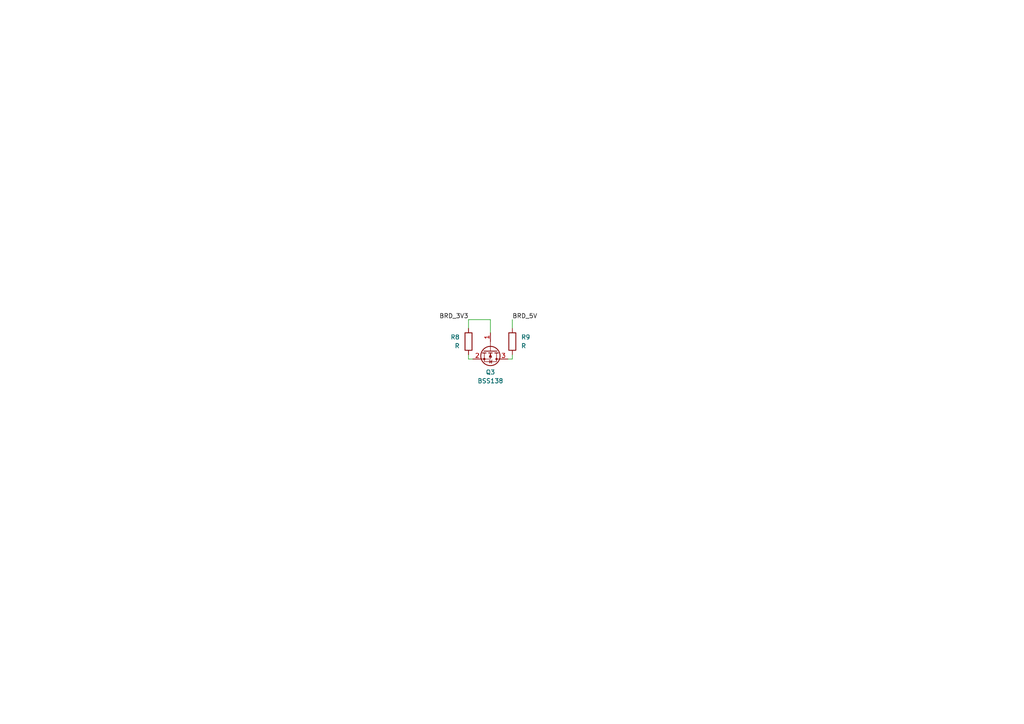
<source format=kicad_sch>
(kicad_sch (version 20231120) (generator "eeschema") (generator_version "8.0")
  (paper "A4")
  (lib_symbols
    (symbol "Device:R" (pin_numbers hide) (pin_names (offset 0))
      (property "Reference" "R" (at 2.032 0 90))
      (property "Value" "R" (at 0 0 90))
      (symbol "R_0_1"
        (rectangle (start -1.016 -2.54) (end 1.016 2.54) (stroke (width 0.254)))
      )
      (symbol "R_1_1"
        (pin passive line (at 0 3.81 270) (length 1.27) (name "~") (number "1"))
        (pin passive line (at 0 -3.81 90) (length 1.27) (name "~") (number "2"))
      )
    )
    (symbol "Transistor_FET:BSS138" (pin_names hide)
      (property "Reference" "Q" (at 5.08 1.905 0))
      (property "Value" "BSS138" (at 5.08 0 0))
      (symbol "BSS138_0_1"
        (polyline (pts (xy 0.254 0) (xy -2.54 0)))
        (polyline (pts (xy 0.254 1.905) (xy 0.254 -1.905)) (stroke (width 0.254)))
        (polyline (pts (xy 0.762 -1.27) (xy 0.762 -2.286)) (stroke (width 0.254)))
        (polyline (pts (xy 0.762 0.508) (xy 0.762 -0.508)) (stroke (width 0.254)))
        (polyline (pts (xy 0.762 2.286) (xy 0.762 1.27)) (stroke (width 0.254)))
        (polyline (pts (xy 2.54 2.54) (xy 2.54 1.778)))
        (polyline (pts (xy 2.54 -2.54) (xy 2.54 0) (xy 0.762 0)))
        (polyline (pts (xy 0.762 -1.778) (xy 3.302 -1.778) (xy 3.302 1.778) (xy 0.762 1.778)))
        (polyline (pts (xy 1.016 0) (xy 2.032 0.381) (xy 2.032 -0.381) (xy 1.016 0)) (fill (type outline)))
        (polyline (pts (xy 2.794 0.508) (xy 2.921 0.381) (xy 3.683 0.381) (xy 3.81 0.254)))
        (polyline (pts (xy 3.302 0.381) (xy 2.921 -0.254) (xy 3.683 -0.254) (xy 3.302 0.381)))
        (circle (center 1.651 0) (radius 2.794) (stroke (width 0.254)))
        (circle (center 2.54 -1.778) (radius 0.254) (fill (type outline)))
        (circle (center 2.54 1.778) (radius 0.254) (fill (type outline)))
      )
      (symbol "BSS138_1_1"
        (pin input line (at -5.08 0 0) (length 2.54) (name "G") (number "1"))
        (pin passive line (at 2.54 -5.08 90) (length 2.54) (name "S") (number "2"))
        (pin passive line (at 2.54 5.08 270) (length 2.54) (name "D") (number "3"))
      )
    )
  )
  (wire (pts (xy 135.89 92.71) (xy 135.89 95.25)))
  (wire (pts (xy 148.59 95.25) (xy 148.59 92.71)))
  (wire (pts (xy 135.89 104.14) (xy 137.16 104.14)))
  (wire (pts (xy 147.32 104.14) (xy 148.59 104.14)))
  (wire (pts (xy 135.89 104.14) (xy 135.89 102.87)))
  (wire (pts (xy 142.24 96.52) (xy 142.24 92.71)))
  (wire (pts (xy 142.24 92.71) (xy 135.89 92.71)))
  (wire (pts (xy 148.59 104.14) (xy 148.59 102.87)))
  (label "BRD_3V3" (at 135.89 92.71 180))
  (label "BRD_5V" (at 148.59 92.71 0))
  (symbol (lib_id "Transistor_FET:BSS138") (at 142.24 101.6 270) (unit 1)
    (property "Reference" "Q3" (at 142.24 107.95 90))
    (property "Value" "BSS138" (at 142.24 110.49 90))
    (property "Footprint" "Package_TO_SOT_SMD:SOT-23" (effects (hide yes)))
    (property "Datasheet" "https://www.onsemi.com/pub/Collateral/BSS138-D.PDF" (effects (hide yes)))
    (property "Description" "50V Vds, 0.22A Id, N-Channel MOSFET, SOT-23" (effects (hide yes)))
  )
  (symbol (lib_id "Device:R") (at 148.59 99.06 0) (unit 1)
    (property "Reference" "R9" (at 151.13 97.7899 0) (effects (justify left)))
    (property "Value" "R" (at 151.13 100.3299 0) (effects (justify left)))
    (property "Description" "Resistor" (effects (hide yes)))
  )
  (symbol (lib_id "Device:R") (at 135.89 99.06 0) (mirror x) (unit 1)
    (property "Reference" "R8" (at 133.35 97.7899 0) (effects (justify right)))
    (property "Value" "R" (at 133.35 100.3299 0) (effects (justify right)))
    (property "Description" "Resistor" (effects (hide yes)))
  )
)
</source>
